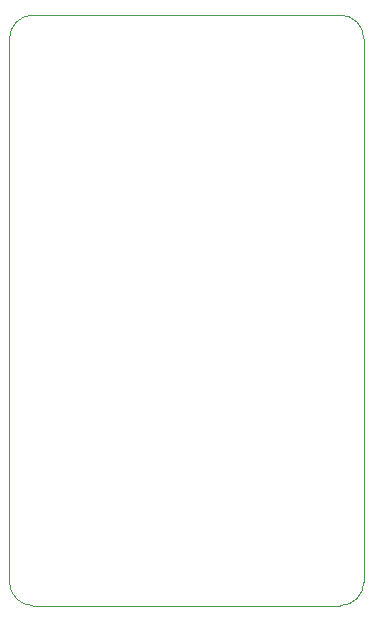
<source format=gbr>
G04 #@! TF.FileFunction,Profile,NP*
%FSLAX46Y46*%
G04 Gerber Fmt 4.6, Leading zero omitted, Abs format (unit mm)*
G04 Created by KiCad (PCBNEW 0.201505041002+5641~23~ubuntu14.04.1-product) date Wed 08 Jul 2015 08:46:07 AM PDT*
%MOMM*%
G01*
G04 APERTURE LIST*
%ADD10C,0.200000*%
%ADD11C,0.100000*%
G04 APERTURE END LIST*
D10*
D11*
X128000000Y-100000000D02*
G75*
G03X130000000Y-98000000I0J2000000D01*
G01*
X100000000Y-98000000D02*
G75*
G03X102000000Y-100000000I2000000J0D01*
G01*
X130000000Y-52000000D02*
G75*
G03X128000000Y-50000000I-2000000J0D01*
G01*
X102000000Y-50000000D02*
G75*
G03X100000000Y-52000000I0J-2000000D01*
G01*
X128000000Y-50000000D02*
X102000000Y-50000000D01*
X130000000Y-98000000D02*
X130000000Y-52000000D01*
X102000000Y-100000000D02*
X128000000Y-100000000D01*
X100000000Y-52000000D02*
X100000000Y-98000000D01*
M02*

</source>
